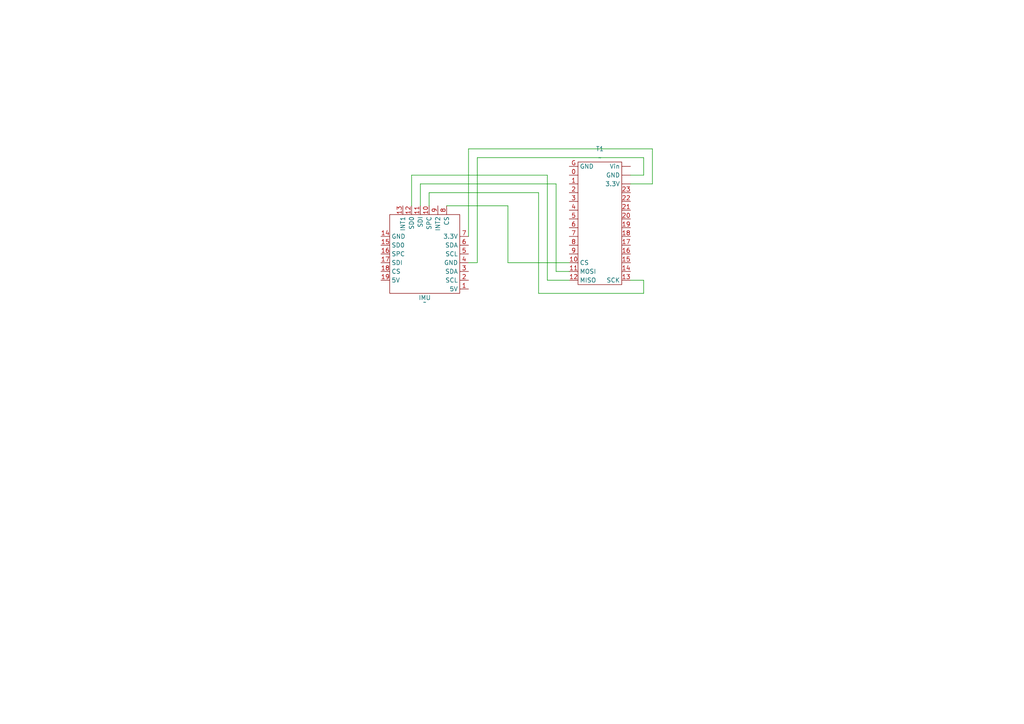
<source format=kicad_sch>
(kicad_sch (version 20231120) (generator "eeschema") (generator_version "8.0")
  (paper "A4")
  (lib_symbols
    (symbol "Berry_IMU:Berry_IMU"
      (property "Reference" "U1" (at 0 -12.7 0))
      (property "Value" "~" (at 0 -13.97 0))
      (symbol "Berry_IMU_0_1"
        (rectangle (start -10.16 11.43) (end 10.16 -11.43))
      )
      (symbol "Berry_IMU_1_1"
        (pin input line (at 12.7 -10.16 180) (length 2.54) (name "5V") (number "1"))
        (pin input line (at 1.27 13.97 270) (length 2.54) (name "SPC") (number "10"))
        (pin input line (at -1.27 13.97 270) (length 2.54) (name "SDI") (number "11"))
        (pin input line (at -3.81 13.97 270) (length 2.54) (name "SD0") (number "12"))
        (pin input line (at -6.35 13.97 270) (length 2.54) (name "INT1") (number "13"))
        (pin input line (at -12.7 5.08 0) (length 2.54) (name "GND") (number "14"))
        (pin input line (at -12.7 2.54 0) (length 2.54) (name "SD0") (number "15"))
        (pin input line (at -12.7 0 0) (length 2.54) (name "SPC") (number "16"))
        (pin input line (at -12.7 -2.54 0) (length 2.54) (name "SDI") (number "17"))
        (pin input line (at -12.7 -5.08 0) (length 2.54) (name "CS") (number "18"))
        (pin input line (at -12.7 -7.62 0) (length 2.54) (name "5V") (number "19"))
        (pin input line (at 12.7 -7.62 180) (length 2.54) (name "SCL") (number "2"))
        (pin input line (at 12.7 -5.08 180) (length 2.54) (name "SDA") (number "3"))
        (pin input line (at 12.7 -2.54 180) (length 2.54) (name "GND") (number "4"))
        (pin input line (at 12.7 0 180) (length 2.54) (name "SCL") (number "5"))
        (pin input line (at 12.7 2.54 180) (length 2.54) (name "SDA") (number "6"))
        (pin input line (at 12.7 5.08 180) (length 2.54) (name "3.3V") (number "7"))
        (pin input line (at 6.35 13.97 270) (length 2.54) (name "CS") (number "8"))
        (pin input line (at 3.81 13.97 270) (length 2.54) (name "INT2") (number "9"))
      )
    )
    (symbol "teensy:Teensy"
      (property "Reference" "T" (at 0 0 0))
      (symbol "Teensy_0_1"
        (rectangle (start -6.35 36.83) (end 6.35 1.27))
      )
      (symbol "Teensy_1_1"
        (pin input line (at 8.89 30.48 180) (length 2.54) (name "3.3V") (number ""))
        (pin input line (at 8.89 33.02 180) (length 2.54) (name "GND") (number ""))
        (pin input line (at 8.89 35.56 180) (length 2.54) (name "Vin") (number ""))
        (pin input line (at -8.89 33.02 0) (length 2.54) (name "") (number "0"))
        (pin input line (at -8.89 30.48 0) (length 2.54) (name "") (number "1"))
        (pin input line (at -8.89 7.62 0) (length 2.54) (name "CS") (number "10"))
        (pin input line (at -8.89 5.08 0) (length 2.54) (name "MOSI") (number "11"))
        (pin input line (at -8.89 2.54 0) (length 2.54) (name "MISO") (number "12"))
        (pin input line (at 8.89 2.54 180) (length 2.54) (name "SCK") (number "13"))
        (pin input line (at 8.89 5.08 180) (length 2.54) (name "") (number "14"))
        (pin input line (at 8.89 7.62 180) (length 2.54) (name "") (number "15"))
        (pin input line (at 8.89 10.16 180) (length 2.54) (name "") (number "16"))
        (pin input line (at 8.89 12.7 180) (length 2.54) (name "") (number "17"))
        (pin input line (at 8.89 15.24 180) (length 2.54) (name "") (number "18"))
        (pin input line (at 8.89 17.78 180) (length 2.54) (name "") (number "19"))
        (pin input line (at -8.89 27.94 0) (length 2.54) (name "") (number "2"))
        (pin input line (at 8.89 20.32 180) (length 2.54) (name "") (number "20"))
        (pin input line (at 8.89 22.86 180) (length 2.54) (name "") (number "21"))
        (pin input line (at 8.89 25.4 180) (length 2.54) (name "") (number "22"))
        (pin input line (at 8.89 27.94 180) (length 2.54) (name "") (number "23"))
        (pin input line (at -8.89 25.4 0) (length 2.54) (name "") (number "3"))
        (pin input line (at -8.89 22.86 0) (length 2.54) (name "") (number "4"))
        (pin input line (at -8.89 20.32 0) (length 2.54) (name "") (number "5"))
        (pin input line (at -8.89 17.78 0) (length 2.54) (name "") (number "6"))
        (pin input line (at -8.89 15.24 0) (length 2.54) (name "") (number "7"))
        (pin input line (at -8.89 12.7 0) (length 2.54) (name "") (number "8"))
        (pin input line (at -8.89 10.16 0) (length 2.54) (name "") (number "9"))
        (pin input line (at -8.89 35.56 0) (length 2.54) (name "GND") (number "G"))
      )
    )
  )
  (wire (pts (xy 138.43 76.2) (xy 135.89 76.2)))
  (wire (pts (xy 186.69 45.72) (xy 138.43 45.72)))
  (wire (pts (xy 186.69 85.09) (xy 186.69 81.28)))
  (wire (pts (xy 147.32 59.69) (xy 129.54 59.69)))
  (wire (pts (xy 182.88 50.8) (xy 186.69 50.8)))
  (wire (pts (xy 156.21 55.88) (xy 156.21 85.09)))
  (wire (pts (xy 156.21 85.09) (xy 186.69 85.09)))
  (wire (pts (xy 124.46 55.88) (xy 156.21 55.88)))
  (wire (pts (xy 135.89 43.18) (xy 135.89 68.58)))
  (wire (pts (xy 147.32 76.2) (xy 147.32 59.69)))
  (wire (pts (xy 147.32 76.2) (xy 165.1 76.2)))
  (wire (pts (xy 189.23 43.18) (xy 189.23 53.34)))
  (wire (pts (xy 119.38 59.69) (xy 119.38 50.8)))
  (wire (pts (xy 124.46 59.69) (xy 124.46 55.88)))
  (wire (pts (xy 135.89 43.18) (xy 189.23 43.18)))
  (wire (pts (xy 138.43 45.72) (xy 138.43 76.2)))
  (wire (pts (xy 182.88 53.34) (xy 189.23 53.34)))
  (wire (pts (xy 182.88 81.28) (xy 186.69 81.28)))
  (wire (pts (xy 121.92 59.69) (xy 121.92 53.34)))
  (wire (pts (xy 119.38 50.8) (xy 158.75 50.8)))
  (wire (pts (xy 121.92 53.34) (xy 161.29 53.34)))
  (wire (pts (xy 161.29 78.74) (xy 165.1 78.74)))
  (wire (pts (xy 158.75 50.8) (xy 158.75 81.28)))
  (wire (pts (xy 161.29 53.34) (xy 161.29 78.74)))
  (wire (pts (xy 186.69 50.8) (xy 186.69 45.72)))
  (wire (pts (xy 158.75 81.28) (xy 165.1 81.28)))
  (symbol (lib_id "Berry_IMU:Berry_IMU") (at 123.19 73.66 0) (unit 1)
    (property "Reference" "IMU" (at 123.19 86.36 0))
    (property "Value" "~" (at 123.19 87.63 0))
  )
  (symbol (lib_id "teensy:Teensy") (at 173.99 83.82 0) (unit 1)
    (property "Reference" "T1" (at 173.99 43.18 0))
    (property "Value" "~" (at 173.99 45.72 0))
  )
)
</source>
